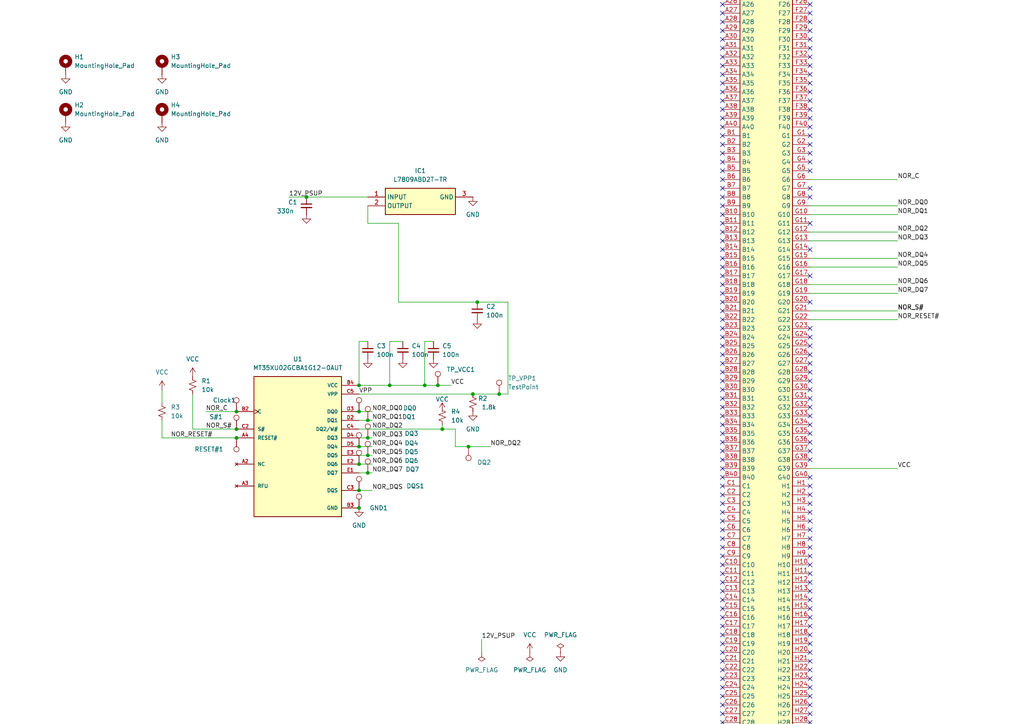
<source format=kicad_sch>
(kicad_sch (version 20250114) (generator "eeschema") (generator_version "9.0")
  (paper "A4")
  (title_block (title "NOR LtRAM Daughterboard") (date "2026-01-12") (rev "1.0") (company "Stanford SING group (David Shim)"))
  (junction (at 128.27 124.46))
  (junction (at 106.68 132.08))
  (junction (at 106.68 137.16))
  (junction (at 127 111.76))
  (junction (at 137.16 114.3))
  (junction (at 88.9 57.15))
  (junction (at 104.14 142.24))
  (junction (at 106.68 127))
  (junction (at 104.14 111.76))
  (junction (at 106.68 121.92))
  (junction (at 144.78 114.3))
  (junction (at 68.58 119.38))
  (junction (at 123.19 111.76))
  (junction (at 138.43 87.63))
  (junction (at 113.03 111.76))
  (junction (at 104.14 134.62))
  (junction (at 68.58 124.46))
  (junction (at 135.89 129.54))
  (junction (at 104.14 129.54))
  (junction (at 68.58 127))
  (junction (at 104.14 147.32))
  (junction (at 104.14 119.38))
  (no_connect (at 209.55 140.97))
  (no_connect (at 234.95 168.91))
  (no_connect (at 209.55 412.75))
  (no_connect (at 209.55 199.39))
  (no_connect (at 209.55 -19.05))
  (no_connect (at 234.95 105.41))
  (no_connect (at 234.95 420.37))
  (no_connect (at 234.95 97.79))
  (no_connect (at 209.55 209.55))
  (no_connect (at 234.95 -44.45))
  (no_connect (at 209.55 156.21))
  (no_connect (at 209.55 240.03))
  (no_connect (at 234.95 148.59))
  (no_connect (at 209.55 -46.99))
  (no_connect (at 209.55 135.89))
  (no_connect (at 234.95 344.17))
  (no_connect (at 234.95 171.45))
  (no_connect (at 234.95 367.03))
  (no_connect (at 209.55 394.97))
  (no_connect (at 209.55 59.69))
  (no_connect (at 234.95 -24.13))
  (no_connect (at 234.95 113.03))
  (no_connect (at 209.55 110.49))
  (no_connect (at 209.55 372.11))
  (no_connect (at 209.55 52.07))
  (no_connect (at 234.95 293.37))
  (no_connect (at 234.95 13.97))
  (no_connect (at 234.95 300.99))
  (no_connect (at 234.95 382.27))
  (no_connect (at 234.95 316.23))
  (no_connect (at 234.95 184.15))
  (no_connect (at 234.95 204.47))
  (no_connect (at 209.55 92.71))
  (no_connect (at 209.55 100.33))
  (no_connect (at 234.95 128.27))
  (no_connect (at 209.55 430.53))
  (no_connect (at 234.95 392.43))
  (no_connect (at 234.95 151.13))
  (no_connect (at 209.55 283.21))
  (no_connect (at 234.95 359.41))
  (no_connect (at 234.95 -54.61))
  (no_connect (at 209.55 36.83))
  (no_connect (at 209.55 262.89))
  (no_connect (at 209.55 143.51))
  (no_connect (at 209.55 257.81))
  (no_connect (at 234.95 217.17))
  (no_connect (at 209.55 24.13))
  (no_connect (at 234.95 232.41))
  (no_connect (at 234.95 331.47))
  (no_connect (at 209.55 1.27))
  (no_connect (at 209.55 49.53))
  (no_connect (at 234.95 214.63))
  (no_connect (at 209.55 250.19))
  (no_connect (at 234.95 349.25))
  (no_connect (at 209.55 318.77))
  (no_connect (at 234.95 46.99))
  (no_connect (at 209.55 326.39))
  (no_connect (at 234.95 115.57))
  (no_connect (at 209.55 90.17))
  (no_connect (at 209.55 252.73))
  (no_connect (at 209.55 82.55))
  (no_connect (at 234.95 334.01))
  (no_connect (at 234.95 156.21))
  (no_connect (at 234.95 260.35))
  (no_connect (at 234.95 247.65))
  (no_connect (at 234.95 191.77))
  (no_connect (at 234.95 -52.07))
  (no_connect (at 209.55 275.59))
  (no_connect (at 209.55 39.37))
  (no_connect (at 209.55 151.13))
  (no_connect (at 209.55 -31.75))
  (no_connect (at 209.55 224.79))
  (no_connect (at 234.95 3.81))
  (no_connect (at 209.55 229.87))
  (no_connect (at 209.55 166.37))
  (no_connect (at 209.55 267.97))
  (no_connect (at 234.95 179.07))
  (no_connect (at 234.95 120.65))
  (no_connect (at 234.95 308.61))
  (no_connect (at 209.55 323.85))
  (no_connect (at 234.95 125.73))
  (no_connect (at 234.95 -16.51))
  (no_connect (at 209.55 222.25))
  (no_connect (at 234.95 417.83))
  (no_connect (at 209.55 232.41))
  (no_connect (at 234.95 377.19))
  (no_connect (at 209.55 41.91))
  (no_connect (at 234.95 234.95))
  (no_connect (at 234.95 369.57))
  (no_connect (at 209.55 171.45))
  (no_connect (at 209.55 19.05))
  (no_connect (at 209.55 -57.15))
  (no_connect (at 209.55 290.83))
  (no_connect (at 209.55 -36.83))
  (no_connect (at 234.95 372.11))
  (no_connect (at 209.55 158.75))
  (no_connect (at 234.95 146.05))
  (no_connect (at 234.95 321.31))
  (no_connect (at 234.95 356.87))
  (no_connect (at 209.55 425.45))
  (no_connect (at 209.55 186.69))
  (no_connect (at 209.55 -54.61))
  (no_connect (at 234.95 -3.81))
  (no_connect (at 234.95 207.01))
  (no_connect (at 209.55 161.29))
  (no_connect (at 209.55 173.99))
  (no_connect (at 234.95 379.73))
  (no_connect (at 234.95 44.45))
  (no_connect (at 209.55 -21.59))
  (no_connect (at 209.55 -8.89))
  (no_connect (at 209.55 57.15))
  (no_connect (at 234.95 -41.91))
  (no_connect (at 234.95 102.87))
  (no_connect (at 209.55 382.27))
  (no_connect (at 209.55 8.89))
  (no_connect (at 209.55 102.87))
  (no_connect (at 209.55 433.07))
  (no_connect (at 209.55 407.67))
  (no_connect (at 209.55 -26.67))
  (no_connect (at 234.95 -21.59))
  (no_connect (at 209.55 303.53))
  (no_connect (at 234.95 16.51))
  (no_connect (at 234.95 374.65))
  (no_connect (at 209.55 438.15))
  (no_connect (at 209.55 133.35))
  (no_connect (at 234.95 176.53))
  (no_connect (at 234.95 280.67))
  (no_connect (at 234.95 318.77))
  (no_connect (at 209.55 341.63))
  (no_connect (at 234.95 34.29))
  (no_connect (at 234.95 283.21))
  (no_connect (at 209.55 -16.51))
  (no_connect (at 234.95 123.19))
  (no_connect (at 209.55 285.75))
  (no_connect (at 234.95 384.81))
  (no_connect (at 234.95 1.27))
  (no_connect (at 209.55 168.91))
  (no_connect (at 234.95 -49.53))
  (no_connect (at 234.95 397.51))
  (no_connect (at 209.55 87.63))
  (no_connect (at 209.55 64.77))
  (no_connect (at 209.55 389.89))
  (no_connect (at 209.55 16.51))
  (no_connect (at 209.55 -41.91))
  (no_connect (at 209.55 415.29))
  (no_connect (at 234.95 194.31))
  (no_connect (at 234.95 219.71))
  (no_connect (at 234.95 222.25))
  (no_connect (at 234.95 133.35))
  (no_connect (at 209.55 194.31))
  (no_connect (at 209.55 74.93))
  (no_connect (at 234.95 161.29))
  (no_connect (at 209.55 331.47))
  (no_connect (at 209.55 -49.53))
  (no_connect (at 234.95 29.21))
  (no_connect (at 209.55 435.61))
  (no_connect (at 234.95 257.81))
  (no_connect (at 209.55 440.69))
  (no_connect (at 234.95 54.61))
  (no_connect (at 234.95 201.93))
  (no_connect (at 209.55 69.85))
  (no_connect (at 234.95 80.01))
  (no_connect (at 234.95 -46.99))
  (no_connect (at 209.55 176.53))
  (no_connect (at 234.95 267.97))
  (no_connect (at 234.95 341.63))
  (no_connect (at 234.95 41.91))
  (no_connect (at 234.95 6.35))
  (no_connect (at 209.55 113.03))
  (no_connect (at 209.55 120.65))
  (no_connect (at 234.95 64.77))
  (no_connect (at 234.95 435.61))
  (no_connect (at 234.95 443.23))
  (no_connect (at 234.95 166.37))
  (no_connect (at 234.95 229.87))
  (no_connect (at 234.95 224.79))
  (no_connect (at 209.55 21.59))
  (no_connect (at 209.55 138.43))
  (no_connect (at 234.95 245.11))
  (no_connect (at 234.95 422.91))
  (no_connect (at 234.95 285.75))
  (no_connect (at 234.95 107.95))
  (no_connect (at 209.55 201.93))
  (no_connect (at 234.95 -36.83))
  (no_connect (at 234.95 270.51))
  (no_connect (at 234.95 400.05))
  (no_connect (at 209.55 219.71))
  (no_connect (at 209.55 -3.81))
  (no_connect (at 209.55 316.23))
  (no_connect (at 209.55 163.83))
  (no_connect (at 209.55 234.95))
  (no_connect (at 234.95 189.23))
  (no_connect (at 209.55 29.21))
  (no_connect (at 209.55 400.05))
  (no_connect (at 209.55 397.51))
  (no_connect (at 209.55 77.47))
  (no_connect (at 209.55 392.43))
  (no_connect (at 234.95 -8.89))
  (no_connect (at 234.95 -29.21))
  (no_connect (at 209.55 339.09))
  (no_connect (at 234.95 354.33))
  (no_connect (at 209.55 328.93))
  (no_connect (at 234.95 158.75))
  (no_connect (at 209.55 62.23))
  (no_connect (at 234.95 110.49))
  (no_connect (at 209.55 270.51))
  (no_connect (at 209.55 95.25))
  (no_connect (at 234.95 412.75))
  (no_connect (at 234.95 387.35))
  (no_connect (at 209.55 334.01))
  (no_connect (at 209.55 34.29))
  (no_connect (at 209.55 361.95))
  (no_connect (at 234.95 57.15))
  (no_connect (at 234.95 19.05))
  (no_connect (at 234.95 242.57))
  (no_connect (at 209.55 298.45))
  (no_connect (at 209.55 153.67))
  (no_connect (at 209.55 311.15))
  (no_connect (at 209.55 80.01))
  (no_connect (at 234.95 425.45))
  (no_connect (at 209.55 148.59))
  (no_connect (at 234.95 -19.05))
  (no_connect (at 209.55 105.41))
  (no_connect (at 234.95 364.49))
  (no_connect (at 209.55 280.67))
  (no_connect (at 234.95 433.07))
  (no_connect (at 209.55 -11.43))
  (no_connect (at 209.55 13.97))
  (no_connect (at 234.95 339.09))
  (no_connect (at 209.55 -39.37))
  (no_connect (at 234.95 100.33))
  (no_connect (at 234.95 49.53))
  (no_connect (at 209.55 427.99))
  (no_connect (at 209.55 212.09))
  (no_connect (at 234.95 209.55))
  (no_connect (at 234.95 438.15))
  (no_connect (at 209.55 97.79))
  (no_connect (at 209.55 204.47))
  (no_connect (at 209.55 349.25))
  (no_connect (at 209.55 405.13))
  (no_connect (at 234.95 278.13))
  (no_connect (at 234.95 138.43))
  (no_connect (at 209.55 369.57))
  (no_connect (at 209.55 26.67))
  (no_connect (at 209.55 118.11))
  (no_connect (at 209.55 217.17))
  (no_connect (at 209.55 207.01))
  (no_connect (at 209.55 130.81))
  (no_connect (at 234.95 361.95))
  (no_connect (at 209.55 237.49))
  (no_connect (at 234.95 290.83))
  (no_connect (at 234.95 351.79))
  (no_connect (at 234.95 298.45))
  (no_connect (at 209.55 196.85))
  (no_connect (at 234.95 389.89))
  (no_connect (at 234.95 87.63))
  (no_connect (at 234.95 -34.29))
  (no_connect (at 209.55 288.29))
  (no_connect (at 234.95 -62.23))
  (no_connect (at 234.95 118.11))
  (no_connect (at 234.95 143.51))
  (no_connect (at 234.95 196.85))
  (no_connect (at 209.55 -59.69))
  (no_connect (at 234.95 255.27))
  (no_connect (at 234.95 410.21))
  (no_connect (at 234.95 199.39))
  (no_connect (at 209.55 300.99))
  (no_connect (at 234.95 95.25))
  (no_connect (at 234.95 -26.67))
  (no_connect (at 234.95 21.59))
  (no_connect (at 209.55 -13.97))
  (no_connect (at 234.95 -1.27))
  (no_connect (at 209.55 181.61))
  (no_connect (at 209.55 6.35))
  (no_connect (at 234.95 311.15))
  (no_connect (at 209.55 44.45))
  (no_connect (at 234.95 275.59))
  (no_connect (at 234.95 336.55))
  (no_connect (at 234.95 323.85))
  (no_connect (at 234.95 313.69))
  (no_connect (at 234.95 227.33))
  (no_connect (at 234.95 -39.37))
  (no_connect (at 209.55 189.23))
  (no_connect (at 209.55 146.05))
  (no_connect (at 234.95 -11.43))
  (no_connect (at 209.55 31.75))
  (no_connect (at 209.55 387.35))
  (no_connect (at 234.95 212.09))
  (no_connect (at 234.95 262.89))
  (no_connect (at 209.55 336.55))
  (no_connect (at 234.95 -57.15))
  (no_connect (at 234.95 273.05))
  (no_connect (at 209.55 115.57))
  (no_connect (at 234.95 407.67))
  (no_connect (at 234.95 24.13))
  (no_connect (at 209.55 46.99))
  (no_connect (at 234.95 430.53))
  (no_connect (at 234.95 181.61))
  (no_connect (at 209.55 -1.27))
  (no_connect (at 209.55 125.73))
  (no_connect (at 209.55 377.19))
  (no_connect (at 234.95 265.43))
  (no_connect (at 209.55 242.57))
  (no_connect (at 234.95 130.81))
  (no_connect (at 209.55 -52.07))
  (no_connect (at 234.95 402.59))
  (no_connect (at 234.95 31.75))
  (no_connect (at 209.55 420.37))
  (no_connect (at 234.95 250.19))
  (no_connect (at 234.95 140.97))
  (no_connect (at 234.95 252.73))
  (no_connect (at 209.55 -6.35))
  (no_connect (at 209.55 278.13))
  (no_connect (at 234.95 326.39))
  (no_connect (at 209.55 245.11))
  (no_connect (at 209.55 384.81))
  (no_connect (at 209.55 346.71))
  (no_connect (at 234.95 -6.35))
  (no_connect (at 209.55 410.21))
  (no_connect (at 209.55 443.23))
  (no_connect (at 234.95 36.83))
  (no_connect (at 209.55 11.43))
  (no_connect (at 209.55 107.95))
  (no_connect (at 209.55 72.39))
  (no_connect (at 209.55 379.73))
  (no_connect (at 209.55 364.49))
  (no_connect (at 209.55 374.65))
  (no_connect (at 209.55 402.59))
  (no_connect (at 234.95 -31.75))
  (no_connect (at 209.55 247.65))
  (no_connect (at 209.55 191.77))
  (no_connect (at 209.55 306.07))
  (no_connect (at 209.55 -24.13))
  (no_connect (at 209.55 321.31))
  (no_connect (at 234.95 394.97))
  (no_connect (at 234.95 8.89))
  (no_connect (at 209.55 -34.29))
  (no_connect (at 209.55 344.17))
  (no_connect (at 234.95 295.91))
  (no_connect (at 234.95 -59.69))
  (no_connect (at 234.95 328.93))
  (no_connect (at 209.55 351.79))
  (no_connect (at 209.55 295.91))
  (no_connect (at 234.95 26.67))
  (no_connect (at 234.95 72.39))
  (no_connect (at 209.55 -44.45))
  (no_connect (at 209.55 417.83))
  (no_connect (at 234.95 427.99))
  (no_connect (at 209.55 308.61))
  (no_connect (at 234.95 303.53))
  (no_connect (at 234.95 415.29))
  (no_connect (at 209.55 265.43))
  (no_connect (at 234.95 163.83))
  (no_connect (at 209.55 179.07))
  (no_connect (at 209.55 123.19))
  (no_connect (at 234.95 288.29))
  (no_connect (at 234.95 405.13))
  (no_connect (at 209.55 67.31))
  (no_connect (at 209.55 313.69))
  (no_connect (at 209.55 128.27))
  (no_connect (at 209.55 54.61))
  (no_connect (at 209.55 85.09))
  (no_connect (at 209.55 273.05))
  (no_connect (at 209.55 255.27))
  (no_connect (at 234.95 306.07))
  (no_connect (at 234.95 -13.97))
  (no_connect (at 209.55 -62.23))
  (no_connect (at 209.55 359.41))
  (no_connect (at 209.55 3.81))
  (no_connect (at 234.95 186.69))
  (no_connect (at 209.55 356.87))
  (no_connect (at 234.95 346.71))
  (no_connect (at 234.95 240.03))
  (no_connect (at 209.55 367.03))
  (no_connect (at 234.95 39.37))
  (no_connect (at 209.55 293.37))
  (no_connect (at 234.95 173.99))
  (no_connect (at 209.55 -29.21))
  (no_connect (at 234.95 237.49))
  (no_connect (at 234.95 153.67))
  (no_connect (at 209.55 184.15))
  (no_connect (at 209.55 214.63))
  (no_connect (at 234.95 440.69))
  (no_connect (at 209.55 354.33))
  (no_connect (at 234.95 11.43))
  (no_connect (at 209.55 422.91))
  (wire (pts (xy 234.95 92.71) (xy 260.35 92.71)))
  (wire (pts (xy 125.73 99.06) (xy 123.19 99.06)))
  (wire (pts (xy 234.95 62.23) (xy 260.35 62.23)))
  (wire (pts (xy 234.95 59.69) (xy 260.35 59.69)))
  (wire (pts (xy 106.68 99.06) (xy 104.14 99.06)))
  (wire (pts (xy 104.14 114.3) (xy 137.16 114.3)))
  (wire (pts (xy 234.95 69.85) (xy 260.35 69.85)))
  (wire (pts (xy 104.14 124.46) (xy 128.27 124.46)))
  (wire (pts (xy 104.14 137.16) (xy 106.68 137.16)))
  (wire (pts (xy 132.08 129.54) (xy 135.89 129.54)))
  (wire (pts (xy 106.68 132.08) (xy 107.95 132.08)))
  (wire (pts (xy 139.7 185.42) (xy 139.7 189.23)))
  (wire (pts (xy 104.14 111.76) (xy 113.03 111.76)))
  (wire (pts (xy 104.14 142.24) (xy 107.95 142.24)))
  (wire (pts (xy 113.03 99.06) (xy 113.03 111.76)))
  (wire (pts (xy 83.82 57.15) (xy 88.9 57.15)))
  (wire (pts (xy 138.43 87.63) (xy 147.32 87.63)))
  (wire (pts (xy 115.57 87.63) (xy 138.43 87.63)))
  (wire (pts (xy 55.88 124.46) (xy 55.88 114.3)))
  (wire (pts (xy 104.14 119.38) (xy 107.95 119.38)))
  (wire (pts (xy 104.14 129.54) (xy 107.95 129.54)))
  (wire (pts (xy 106.68 64.77) (xy 106.68 59.69)))
  (wire (pts (xy 104.14 127) (xy 106.68 127)))
  (wire (pts (xy 234.95 77.47) (xy 260.35 77.47)))
  (wire (pts (xy 123.19 99.06) (xy 123.19 111.76)))
  (wire (pts (xy 234.95 85.09) (xy 260.35 85.09)))
  (wire (pts (xy 144.78 114.3) (xy 147.32 114.3)))
  (wire (pts (xy 59.69 119.38) (xy 68.58 119.38)))
  (wire (pts (xy 88.9 57.15) (xy 106.68 57.15)))
  (wire (pts (xy 123.19 111.76) (xy 127 111.76)))
  (wire (pts (xy 171.45 260.35) (xy 209.55 260.35)))
  (wire (pts (xy 128.27 123.19) (xy 128.27 124.46)))
  (wire (pts (xy 113.03 111.76) (xy 123.19 111.76)))
  (wire (pts (xy 106.68 121.92) (xy 107.95 121.92)))
  (wire (pts (xy 104.14 132.08) (xy 106.68 132.08)))
  (wire (pts (xy 135.89 129.54) (xy 142.24 129.54)))
  (wire (pts (xy 115.57 64.77) (xy 106.68 64.77)))
  (wire (pts (xy 132.08 124.46) (xy 128.27 124.46)))
  (wire (pts (xy 46.99 116.84) (xy 46.99 113.03)))
  (wire (pts (xy 234.95 135.89) (xy 260.35 135.89)))
  (wire (pts (xy 104.14 134.62) (xy 107.95 134.62)))
  (wire (pts (xy 55.88 124.46) (xy 68.58 124.46)))
  (wire (pts (xy 46.99 127) (xy 68.58 127)))
  (wire (pts (xy 128.27 118.11) (xy 128.27 119.38)))
  (wire (pts (xy 106.68 127) (xy 107.95 127)))
  (wire (pts (xy 234.95 82.55) (xy 260.35 82.55)))
  (wire (pts (xy 234.95 67.31) (xy 260.35 67.31)))
  (wire (pts (xy 115.57 87.63) (xy 115.57 64.77)))
  (wire (pts (xy 234.95 74.93) (xy 260.35 74.93)))
  (wire (pts (xy 104.14 121.92) (xy 106.68 121.92)))
  (wire (pts (xy 104.14 99.06) (xy 104.14 111.76)))
  (wire (pts (xy 132.08 129.54) (xy 132.08 124.46)))
  (wire (pts (xy 171.45 227.33) (xy 209.55 227.33)))
  (wire (pts (xy 106.68 137.16) (xy 107.95 137.16)))
  (wire (pts (xy 147.32 87.63) (xy 147.32 114.3)))
  (wire (pts (xy 127 111.76) (xy 130.81 111.76)))
  (wire (pts (xy 46.99 121.92) (xy 46.99 127)))
  (wire (pts (xy 113.03 99.06) (xy 116.84 99.06)))
  (wire (pts (xy 137.16 114.3) (xy 144.78 114.3)))
  (wire (pts (xy 234.95 52.07) (xy 260.35 52.07)))
  (wire (pts (xy 234.95 90.17) (xy 260.35 90.17)))
  (label "NOR_DQS" (at 171.45 260.35 0))
  (label "NOR_DQ2" (at 142.24 129.54 0))
  (label "NOR_DQ1" (at 260.35 62.23 0))
  (label "NOR_DQS" (at 107.95 142.24 0))
  (label "NOR_C" (at 59.69 119.38 0))
  (label "NOR_DQ0" (at 107.95 119.38 0))
  (label "NOR_DQ0" (at 260.35 59.69 0))
  (label "NOR_DQ2" (at 107.95 124.46 0))
  (label "NOR_DQ5" (at 107.95 132.08 0))
  (label "NOR_S#" (at 260.35 90.17 0))
  (label "VPP" (at 104.14 114.3 0))
  (label "VCC" (at 260.35 135.89 0))
  (label "NOR_DQ5" (at 260.35 77.47 0))
  (label "NOR_S#" (at 260.35 90.17 0))
  (label "NOR_DQ3" (at 107.95 127 0))
  (label "12V_PSUP" (at 139.7 185.42 0))
  (label "NOR_DQ1" (at 107.95 121.92 0))
  (label "NOR_C" (at 260.35 52.07 0))
  (label "NOR_DQ6" (at 107.95 134.62 0))
  (label "NOR_DQ7" (at 107.95 137.16 0))
  (label "NOR_DQ7" (at 260.35 85.09 0))
  (label "NOR_S#" (at 59.69 124.46 0))
  (label "NOR_DQ4" (at 107.95 129.54 0))
  (label "VCC" (at 130.81 111.76 0))
  (label "NOR_DQ4" (at 260.35 74.93 0))
  (label "12V_PSUP" (at 83.82 57.15 0))
  (label "NOR_DQ2" (at 260.35 67.31 0))
  (label "12V_PSUP" (at 171.45 227.33 0))
  (label "NOR_RESET#" (at 49.53 127 0))
  (label "NOR_DQ3" (at 260.35 69.85 0))
  (label "NOR_RESET#" (at 260.35 92.71 0))
  (label "NOR_DQ6" (at 260.35 82.55 0))
  (symbol (lib_id "Device:C_Small") (at 125.73 101.6 0) (unit 1)
    (property "Reference" "C5" (at 128.27 100.3362 0) (effects (justify left)))
    (property "Value" "100n" (at 128.27 102.8762 0) (effects (justify left)))
    (property "Footprint" "Capacitor_SMD:C_0805_2012Metric" (effects (hide yes)))
    (property "Description" "Unpolarized capacitor, small symbol" (effects (hide yes)))
  )
  (symbol (lib_id "power:GND") (at 46.99 21.59 0) (unit 1)
    (property "Reference" "#PWR016" (effects (hide yes)))
    (property "Value" "GND" (at 46.99 26.67 0))
    (property "Description" "Power symbol creates a global label with name \"GND\" , ground" (effects (hide yes)))
  )
  (symbol (lib_id "Mechanical:MountingHole_Pad") (at 46.99 33.02 0) (unit 1) (in_bom no)
    (property "Reference" "H4" (at 49.53 30.4799 0) (effects (justify left)))
    (property "Value" "MountingHole_Pad" (at 49.53 33.0199 0) (effects (justify left)))
    (property "Footprint" "MountingHole:MountingHole_3.2mm_M3_Pad_Via" (effects (hide yes)))
    (property "Description" "Mounting Hole with connection" (effects (hide yes)))
  )
  (symbol (lib_id "STB30NM60ND:L7809ABD2T-TR") (at 106.68 57.15 0) (unit 1)
    (property "Reference" "IC1" (at 121.92 49.53 0))
    (property "Value" "L7809ABD2T-TR" (at 121.92 52.07 0))
    (property "Footprint" "STB30NM60ND:STB30NM60ND" (effects (hide yes)))
    (property "Datasheet" "https://www.st.com/resource/en/datasheet/l78.pdf" (effects (hide yes)))
    (property "Description" "STMICROELECTRONICS - L7809ABD2T-TR - LINEAR VOLT REG, 1.5A, 9V, TO-263-3" (effects (hide yes)))
    (property "Height" "4.6" (effects (hide yes)))
    (property "Manufacturer_Name" "STMicroelectronics" (effects (hide yes)))
    (property "Manufacturer_Part_Number" "L7809ABD2T-TR" (effects (hide yes)))
    (property "Mouser Part Number" "511-L7809ABD2T-TR" (effects (hide yes)))
    (property "Mouser Price/Stock" "https://www.mouser.co.uk/ProductDetail/STMicroelectronics/L7809ABD2T-TR?qs=za26I2nnnxk5FkRchhHExw%3D%3D" (effects (hide yes)))
    (property "Arrow Part Number" "L7809ABD2T-TR" (effects (hide yes)))
    (property "Arrow Price/Stock" "https://www.arrow.com/en/products/l7809abd2t-tr/stmicroelectronics?region=nac" (effects (hide yes)))
  )
  (symbol (lib_id "power:GND") (at 116.84 104.14 0) (unit 1)
    (property "Reference" "#PWR05" (effects (hide yes)))
    (property "Value" "GND" (effects (hide yes)))
    (property "Description" "Power symbol creates a global label with name \"GND\" , ground" (effects (hide yes)))
  )
  (symbol (lib_id "Device:R_Small_US") (at 137.16 116.84 0) (unit 1)
    (property "Reference" "R2" (at 138.684 115.57 0) (effects (justify left)))
    (property "Value" "1.8k" (at 139.7 118.1099 0) (effects (justify left)))
    (property "Footprint" "Resistor_SMD:R_0805_2012Metric" (effects (hide yes)))
    (property "Description" "Resistor, small US symbol" (effects (hide yes)))
  )
  (symbol (lib_id "Connector:TestPoint") (at 144.78 114.3 0) (unit 1)
    (property "Reference" "TP_VPP1" (at 147.32 109.7279 0) (effects (justify left)))
    (property "Value" "TestPoint" (at 147.32 112.2679 0) (effects (justify left)))
    (property "Footprint" "TestPoint:TestPoint_Pad_D1.0mm" (effects (hide yes)))
    (property "Description" "test point" (effects (hide yes)))
  )
  (symbol (lib_id "power:VCC") (at 46.99 113.03 0) (unit 1)
    (property "Reference" "#PWR08" (effects (hide yes)))
    (property "Value" "VCC" (at 46.99 107.95 0))
    (property "Description" "Power symbol creates a global label with name \"VCC\"" (effects (hide yes)))
  )
  (symbol (lib_id "Device:R_Small_US") (at 128.27 120.65 0) (unit 1)
    (property "Reference" "R4" (at 130.81 119.3799 0) (effects (justify left)))
    (property "Value" "10k" (at 130.81 121.9199 0) (effects (justify left)))
    (property "Footprint" "Resistor_SMD:R_0805_2012Metric" (effects (hide yes)))
    (property "Description" "Resistor, small US symbol" (effects (hide yes)))
  )
  (symbol (lib_id "Connector:TestPoint") (at 135.89 129.54 0) (mirror x) (unit 1)
    (property "Reference" "DQ2" (at 138.43 134.1121 0) (effects (justify left)))
    (property "Value" "TestPoint" (effects (hide yes)))
    (property "Footprint" "TestPoint:TestPoint_Pad_D1.0mm" (effects (hide yes)))
    (property "Description" "test point" (effects (hide yes)))
  )
  (symbol (lib_id "Mechanical:MountingHole_Pad") (at 46.99 19.05 0) (unit 1) (in_bom no)
    (property "Reference" "H3" (at 49.53 16.5099 0) (effects (justify left)))
    (property "Value" "MountingHole_Pad" (at 49.53 19.0499 0) (effects (justify left)))
    (property "Footprint" "MountingHole:MountingHole_3.2mm_M3_Pad_Via" (effects (hide yes)))
    (property "Description" "Mounting Hole with connection" (effects (hide yes)))
  )
  (symbol (lib_id "Device:R_Small_US") (at 46.99 119.38 0) (unit 1)
    (property "Reference" "R3" (at 49.53 118.1099 0) (effects (justify left)))
    (property "Value" "10k" (at 49.53 120.6499 0) (effects (justify left)))
    (property "Footprint" "Resistor_SMD:R_0805_2012Metric" (effects (hide yes)))
    (property "Description" "Resistor, small US symbol" (effects (hide yes)))
  )
  (symbol (lib_id "Connector:TestPoint") (at 106.68 121.92 0) (unit 1)
    (property "Reference" "DQ1" (at 116.586 120.904 0) (effects (justify left)))
    (property "Value" "TestPoint" (effects (hide yes)))
    (property "Footprint" "TestPoint:TestPoint_Pad_D1.0mm" (effects (hide yes)))
    (property "Description" "test point" (effects (hide yes)))
  )
  (symbol (lib_id "Connector:TestPoint") (at 104.14 147.32 0) (unit 1)
    (property "Reference" "GND1" (at 107.188 147.32 0) (effects (justify left)))
    (property "Value" "TestPoint" (effects (hide yes)))
    (property "Footprint" "TestPoint:TestPoint_Loop_D2.50mm_Drill1.0mm" (effects (hide yes)))
    (property "Description" "test point" (effects (hide yes)))
  )
  (symbol (lib_id "power:PWR_FLAG") (at 153.67 189.23 0) (mirror x) (unit 1)
    (property "Reference" "#FLG02" (effects (hide yes)))
    (property "Value" "PWR_FLAG" (at 153.67 194.31 0))
    (property "Description" "Special symbol for telling ERC where power comes from" (effects (hide yes)))
  )
  (symbol (lib_id "Device:C_Small") (at 138.43 90.17 0) (unit 1)
    (property "Reference" "C2" (at 140.97 88.9062 0) (effects (justify left)))
    (property "Value" "100n" (at 140.97 91.4462 0) (effects (justify left)))
    (property "Footprint" "Capacitor_SMD:C_0805_2012Metric" (effects (hide yes)))
    (property "Description" "Unpolarized capacitor, small symbol" (effects (hide yes)))
  )
  (symbol (lib_id "power:GND") (at 137.16 119.38 0) (unit 1)
    (property "Reference" "#PWR010" (effects (hide yes)))
    (property "Value" "GND" (at 137.16 124.46 0))
    (property "Description" "Power symbol creates a global label with name \"GND\" , ground" (effects (hide yes)))
  )
  (symbol (lib_id "power:GND") (at 88.9 62.23 0) (unit 1)
    (property "Reference" "#PWR02" (effects (hide yes)))
    (property "Value" "GND" (effects (hide yes)))
    (property "Description" "Power symbol creates a global label with name \"GND\" , ground" (effects (hide yes)))
  )
  (symbol (lib_id "Connector:TestPoint") (at 68.58 127 0) (mirror x) (unit 1)
    (property "Reference" "RESET#1" (at 56.388 130.302 0) (effects (justify left)))
    (property "Value" "TestPoint" (effects (hide yes)))
    (property "Footprint" "TestPoint:TestPoint_Pad_D1.0mm" (effects (hide yes)))
    (property "Description" "test point" (effects (hide yes)))
  )
  (symbol (lib_id "Connector:TestPoint") (at 106.68 137.16 0) (unit 1)
    (property "Reference" "DQ7" (at 117.602 136.144 0) (effects (justify left)))
    (property "Value" "TestPoint" (effects (hide yes)))
    (property "Footprint" "TestPoint:TestPoint_Pad_D1.0mm" (effects (hide yes)))
    (property "Description" "test point" (effects (hide yes)))
  )
  (symbol (lib_id "power:GND") (at 137.16 57.15 0) (unit 1)
    (property "Reference" "#PWR01" (effects (hide yes)))
    (property "Value" "GND" (at 137.16 62.23 0))
    (property "Description" "Power symbol creates a global label with name \"GND\" , ground" (effects (hide yes)))
  )
  (symbol (lib_id "Connector:TestPoint") (at 104.14 129.54 0) (unit 1)
    (property "Reference" "DQ4" (at 117.348 128.524 0) (effects (justify left)))
    (property "Value" "TestPoint" (effects (hide yes)))
    (property "Footprint" "TestPoint:TestPoint_Pad_D1.0mm" (effects (hide yes)))
    (property "Description" "test point" (effects (hide yes)))
  )
  (symbol (lib_id "power:GND") (at 106.68 104.14 0) (unit 1)
    (property "Reference" "#PWR04" (effects (hide yes)))
    (property "Value" "GND" (effects (hide yes)))
    (property "Description" "Power symbol creates a global label with name \"GND\" , ground" (effects (hide yes)))
  )
  (symbol (lib_id "Device:C_Small") (at 88.9 59.69 0) (unit 1)
    (property "Reference" "C1" (at 83.566 58.674 0) (effects (justify left)))
    (property "Value" "330n" (at 80.264 61.214 0) (effects (justify left)))
    (property "Footprint" "Capacitor_SMD:C_0805_2012Metric" (effects (hide yes)))
    (property "Description" "Unpolarized capacitor, small symbol" (effects (hide yes)))
  )
  (symbol (lib_id "power:GND") (at 46.99 35.56 0) (unit 1)
    (property "Reference" "#PWR017" (effects (hide yes)))
    (property "Value" "GND" (at 46.99 40.64 0))
    (property "Description" "Power symbol creates a global label with name \"GND\" , ground" (effects (hide yes)))
  )
  (symbol (lib_id "Connector:TestPoint") (at 106.68 127 0) (unit 1)
    (property "Reference" "DQ3" (at 117.348 125.73 0) (effects (justify left)))
    (property "Value" "TestPoint" (effects (hide yes)))
    (property "Footprint" "TestPoint:TestPoint_Pad_D1.0mm" (effects (hide yes)))
    (property "Description" "test point" (effects (hide yes)))
  )
  (symbol (lib_id "Device:C_Small") (at 116.84 101.6 0) (unit 1)
    (property "Reference" "C4" (at 119.38 100.3362 0) (effects (justify left)))
    (property "Value" "100n" (at 119.38 102.8762 0) (effects (justify left)))
    (property "Footprint" "Capacitor_SMD:C_0805_2012Metric" (effects (hide yes)))
    (property "Description" "Unpolarized capacitor, small symbol" (effects (hide yes)))
  )
  (symbol (lib_id "Mechanical:MountingHole_Pad") (at 19.05 33.02 0) (unit 1) (in_bom no)
    (property "Reference" "H2" (at 21.59 30.4799 0) (effects (justify left)))
    (property "Value" "MountingHole_Pad" (at 21.59 33.0199 0) (effects (justify left)))
    (property "Footprint" "MountingHole:MountingHole_3.2mm_M3_Pad_Via" (effects (hide yes)))
    (property "Description" "Mounting Hole with connection" (effects (hide yes)))
  )
  (symbol (lib_id "Connector:TestPoint") (at 68.58 124.46 0) (unit 1)
    (property "Reference" "S#1" (at 60.706 120.904 0) (effects (justify left)))
    (property "Value" "TestPoint" (effects (hide yes)))
    (property "Footprint" "TestPoint:TestPoint_Pad_D1.0mm" (effects (hide yes)))
    (property "Description" "test point" (effects (hide yes)))
  )
  (symbol (lib_id "power:GND") (at 162.56 189.23 0) (unit 1)
    (property "Reference" "#PWR013" (effects (hide yes)))
    (property "Value" "GND" (at 162.56 194.31 0))
    (property "Description" "Power symbol creates a global label with name \"GND\" , ground" (effects (hide yes)))
  )
  (symbol (lib_id "power:GND") (at 125.73 104.14 0) (unit 1)
    (property "Reference" "#PWR06" (effects (hide yes)))
    (property "Value" "GND" (effects (hide yes)))
    (property "Description" "Power symbol creates a global label with name \"GND\" , ground" (effects (hide yes)))
  )
  (symbol (lib_id "power:PWR_FLAG") (at 139.7 189.23 0) (mirror x) (unit 1)
    (property "Reference" "#FLG01" (effects (hide yes)))
    (property "Value" "PWR_FLAG" (at 139.7 194.31 0))
    (property "Description" "Special symbol for telling ERC where power comes from" (effects (hide yes)))
  )
  (symbol (lib_id "Connector:TestPoint") (at 104.14 142.24 0) (unit 1)
    (property "Reference" "DQS1" (at 117.856 140.97 0) (effects (justify left)))
    (property "Value" "TestPoint" (effects (hide yes)))
    (property "Footprint" "TestPoint:TestPoint_Pad_D1.0mm" (effects (hide yes)))
    (property "Description" "test point" (effects (hide yes)))
  )
  (symbol (lib_id "Connector:TestPoint") (at 68.58 119.38 0) (unit 1)
    (property "Reference" "Clock1" (at 61.722 116.078 0) (effects (justify left)))
    (property "Value" "TestPoint" (effects (hide yes)))
    (property "Footprint" "TestPoint:TestPoint_Pad_D1.0mm" (effects (hide yes)))
    (property "Description" "test point" (effects (hide yes)))
  )
  (symbol (lib_id "Connector:TestPoint") (at 104.14 134.62 0) (unit 1)
    (property "Reference" "DQ6" (at 117.348 133.604 0) (effects (justify left)))
    (property "Value" "TestPoint" (effects (hide yes)))
    (property "Footprint" "TestPoint:TestPoint_Pad_D1.0mm" (effects (hide yes)))
    (property "Description" "test point" (effects (hide yes)))
  )
  (symbol (lib_id "Connector:TestPoint") (at 104.14 119.38 0) (unit 1)
    (property "Reference" "DQ0" (at 116.84 118.364 0) (effects (justify left)))
    (property "Value" "TestPoint" (effects (hide yes)))
    (property "Footprint" "TestPoint:TestPoint_Pad_D1.0mm" (effects (hide yes)))
    (property "Description" "test point" (effects (hide yes)))
  )
  (symbol (lib_id "power:VCC") (at 128.27 119.38 0) (unit 1)
    (property "Reference" "#PWR09" (effects (hide yes)))
    (property "Value" "VCC" (at 128.27 115.824 0))
    (property "Description" "Power symbol creates a global label with name \"VCC\"" (effects (hide yes)))
  )
  (symbol (lib_id "power:GND") (at 104.14 147.32 0) (unit 1)
    (property "Reference" "#PWR011" (effects (hide yes)))
    (property "Value" "GND" (at 104.14 152.4 0))
    (property "Description" "Power symbol creates a global label with name \"GND\" , ground" (effects (hide yes)))
  )
  (symbol (lib_id "power:VCC") (at 153.67 189.23 0) (unit 1)
    (property "Reference" "#PWR012" (effects (hide yes)))
    (property "Value" "VCC" (at 153.67 184.15 0))
    (property "Description" "Power symbol creates a global label with name \"VCC\"" (effects (hide yes)))
  )
  (symbol (lib_id "MT35XU02GCBA1G12-0AUT:MT35XU02GCBA1G12-0AUT") (at 86.36 129.54 0) (unit 1)
    (property "Reference" "U1" (at 86.36 104.14 0))
    (property "Value" "MT35XU02GCBA1G12-0AUT" (at 86.36 106.68 0))
    (property "Footprint" "MicronNorChip:BGA24C100P5X5_800X600X120N" (effects (hide yes)))
    (property "B_NOM" "0.4" (effects (hide yes)))
    (property "Check_prices" "https://www.snapeda.com/parts/MT35XU02GCBA1G12-0AUT/Micron/view-part/?ref=eda" (effects (hide yes)))
    (property "DigiKey_Part_Number" "MT35XU02GCBA1G12-0AUT-ND" (effects (hide yes)))
    (property "Description_1" "FLASH - NOR Memory IC 2Gb (256M x 8) Xccela Bus 200 MHz 24-T-PBGA (6x8)" (effects (hide yes)))
    (property "ENOM" "1.0" (effects (hide yes)))
    (property "COURTYARD_EXCESS" "1.0" (effects (hide yes)))
    (property "D_NOM" "8.0" (effects (hide yes)))
    (property "D_MAX" "8.1" (effects (hide yes)))
    (property "A_MAX" "1.2" (effects (hide yes)))
    (property "ALPHA_ROWS" "True" (effects (hide yes)))
    (property "Package" "None" (effects (hide yes)))
    (property "A_NOM" "1.2" (effects (hide yes)))
    (property "A_MIN" "1.2" (effects (hide yes)))
    (property "STANDARD" "IPC 7351B" (effects (hide yes)))
    (property "PARTREV" "A 04/18" (effects (hide yes)))
    (property "DNOM" "1.0" (effects (hide yes)))
    (property "MF" "Micron Technology Inc." (effects (hide yes)))
    (property "E_NOM" "6.0" (effects (hide yes)))
    (property "MANUFACTURER" "Micron" (effects (hide yes)))
    (property "SnapEDA_Link" "https://www.snapeda.com/parts/MT35XU02GCBA1G12-0AUT/Micron/view-part/?ref=snap" (effects (hide yes)))
    (property "COLLAPSING_BALL" "True" (effects (hide yes)))
    (property "PIN_COUNT_E" "5.0" (effects (hide yes)))
    (property "PIN_COUNT_D" "5.0" (effects (hide yes)))
    (property "E_MIN" "5.9" (effects (hide yes)))
    (property "D_MIN" "7.9" (effects (hide yes)))
    (property "MP" "MT35XU02GCBA1G12-0AUT" (effects (hide yes)))
    (property "E_MAX" "6.1" (effects (hide yes)))
  )
  (symbol (lib_id "power:PWR_FLAG") (at 162.56 189.23 0) (unit 1)
    (property "Reference" "#FLG03" (effects (hide yes)))
    (property "Value" "PWR_FLAG" (at 162.56 184.15 0))
    (property "Description" "Special symbol for telling ERC where power comes from" (effects (hide yes)))
  )
  (symbol (lib_id "Device:R_Small_US") (at 55.88 111.76 0) (unit 1)
    (property "Reference" "R1" (at 58.42 110.4899 0) (effects (justify left)))
    (property "Value" "10k" (at 58.42 113.0299 0) (effects (justify left)))
    (property "Footprint" "Resistor_SMD:R_0805_2012Metric" (effects (hide yes)))
    (property "Description" "Resistor, small US symbol" (effects (hide yes)))
  )
  (symbol (lib_id "power:GND") (at 19.05 35.56 0) (unit 1)
    (property "Reference" "#PWR015" (effects (hide yes)))
    (property "Value" "GND" (at 19.05 40.64 0))
    (property "Description" "Power symbol creates a global label with name \"GND\" , ground" (effects (hide yes)))
  )
  (symbol (lib_id "Connector:TestPoint") (at 127 111.76 0) (unit 1)
    (property "Reference" "TP_VCC1" (at 129.54 107.1879 0) (effects (justify left)))
    (property "Value" "VCC" (effects (hide yes)))
    (property "Footprint" "TestPoint:TestPoint_Pad_D1.0mm" (effects (hide yes)))
    (property "Description" "test point" (effects (hide yes)))
  )
  (symbol (lib_id "power:VCC") (at 55.88 109.22 0) (unit 1)
    (property "Reference" "#PWR07" (effects (hide yes)))
    (property "Value" "VCC" (at 55.88 104.14 0))
    (property "Description" "Power symbol creates a global label with name \"VCC\"" (effects (hide yes)))
  )
  (symbol (lib_id "Device:C_Small") (at 106.68 101.6 0) (unit 1)
    (property "Reference" "C3" (at 109.22 100.3362 0) (effects (justify left)))
    (property "Value" "100n" (at 109.22 102.8762 0) (effects (justify left)))
    (property "Footprint" "Capacitor_SMD:C_0805_2012Metric" (effects (hide yes)))
    (property "Description" "Unpolarized capacitor, small symbol" (effects (hide yes)))
  )
  (symbol (lib_id "Mechanical:MountingHole_Pad") (at 19.05 19.05 0) (unit 1) (in_bom no)
    (property "Reference" "H1" (at 21.59 16.5099 0) (effects (justify left)))
    (property "Value" "MountingHole_Pad" (at 21.59 19.0499 0) (effects (justify left)))
    (property "Footprint" "MountingHole:MountingHole_3.2mm_M3_Pad_Via" (effects (hide yes)))
    (property "Description" "Mounting Hole with connection" (effects (hide yes)))
  )
  (symbol (lib_id "Connector:TestPoint") (at 106.68 132.08 0) (unit 1)
    (property "Reference" "DQ5" (at 117.348 131.064 0) (effects (justify left)))
    (property "Value" "TestPoint" (effects (hide yes)))
    (property "Footprint" "TestPoint:TestPoint_Pad_D1.0mm" (effects (hide yes)))
    (property "Description" "test point" (effects (hide yes)))
  )
  (symbol (lib_id "134488-01_Mouser:ASP-134488-01") (at 209.55 -62.23 0) (unit 1)
    (property "Reference" "J1" (at 222.25 -69.85 0))
    (property "Value" "ASP-134488-01" (at 222.25 -67.31 0))
    (property "Footprint" "134488-01_Mouser:ASP13448801" (effects (hide yes)))
    (property "Datasheet" "http://suddendocs.samtec.com/prints/asp-134488-01-mkt.pdf" (effects (hide yes)))
    (property "Description" "SAMTEC - ASP-134488-01 - CONN, VITA 57 FMC, HEADER, 400POS, 10ROW" (effects (hide yes)))
    (property "Mouser Part Number" "200-ASP-134488-01" (effects (hide yes)))
    (property "Mouser Price/Stock" "https://www.mouser.co.uk/ProductDetail/Samtec/ASP-134488-01?qs=jyzYFa4oMQiB2Frr%252B13AUg%3D%3D" (effects (hide yes)))
    (property "Manufacturer_Name" "SAMTEC" (effects (hide yes)))
    (property "Manufacturer_Part_Number" "ASP-134488-01" (effects (hide yes)))
  )
  (symbol (lib_id "power:GND") (at 138.43 92.71 0) (unit 1)
    (property "Reference" "#PWR03" (effects (hide yes)))
    (property "Value" "GND" (effects (hide yes)))
    (property "Description" "Power symbol creates a global label with name \"GND\" , ground" (effects (hide yes)))
  )
  (symbol (lib_id "power:GND") (at 19.05 21.59 0) (unit 1)
    (property "Reference" "#PWR014" (effects (hide yes)))
    (property "Value" "GND" (at 19.05 26.67 0))
    (property "Description" "Power symbol creates a global label with name \"GND\" , ground" (effects (hide yes)))
  )
)
</source>
